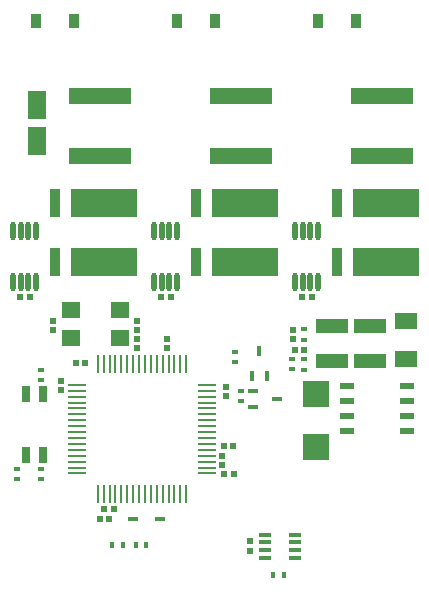
<source format=gbp>
G04 Layer_Color=128*
%FSAX25Y25*%
%MOIN*%
G70*
G01*
G75*
%ADD10R,0.01772X0.02165*%
%ADD11R,0.02165X0.01772*%
%ADD14R,0.02047X0.02047*%
%ADD27R,0.02047X0.02047*%
%ADD58R,0.03937X0.01772*%
%ADD59R,0.20866X0.05315*%
%ADD60R,0.03347X0.01772*%
%ADD61R,0.01772X0.03347*%
%ADD62R,0.04701X0.02205*%
%ADD63R,0.10630X0.04528*%
%ADD64R,0.07480X0.05315*%
%ADD65R,0.06102X0.09449*%
%ADD66R,0.03583X0.04803*%
%ADD67O,0.01772X0.06299*%
%ADD68R,0.22047X0.09606*%
%ADD69R,0.03504X0.09606*%
%ADD70R,0.06300X0.05500*%
%ADD71O,0.06102X0.00984*%
%ADD72O,0.00984X0.06102*%
%ADD73R,0.03347X0.01575*%
%ADD74R,0.09055X0.09055*%
%ADD75R,0.03150X0.05512*%
D10*
X0620927Y0222000D02*
D03*
X0624471D02*
D03*
X0567199Y0232000D02*
D03*
X0570742D02*
D03*
X0575156D02*
D03*
X0578699D02*
D03*
D11*
X0610199Y0279728D02*
D03*
Y0283272D02*
D03*
X0608199Y0296272D02*
D03*
Y0292728D02*
D03*
X0631199Y0290203D02*
D03*
Y0293746D02*
D03*
Y0300203D02*
D03*
Y0303746D02*
D03*
X0627199Y0290500D02*
D03*
Y0294043D02*
D03*
X0535699Y0257272D02*
D03*
Y0253728D02*
D03*
X0543699Y0257272D02*
D03*
Y0253728D02*
D03*
Y0286728D02*
D03*
Y0290272D02*
D03*
D14*
X0627699Y0300400D02*
D03*
Y0303549D02*
D03*
X0613199Y0233075D02*
D03*
Y0229925D02*
D03*
X0605199Y0284650D02*
D03*
Y0281500D02*
D03*
X0550199Y0283500D02*
D03*
Y0286650D02*
D03*
X0575699Y0303425D02*
D03*
Y0306575D02*
D03*
X0547699Y0306575D02*
D03*
Y0303425D02*
D03*
X0604000Y0261575D02*
D03*
Y0258425D02*
D03*
X0575699Y0297425D02*
D03*
Y0300575D02*
D03*
X0585699Y0297500D02*
D03*
Y0300650D02*
D03*
D27*
X0631274Y0296974D02*
D03*
X0628124D02*
D03*
X0604425Y0265000D02*
D03*
X0607575D02*
D03*
X0607774Y0255500D02*
D03*
X0604624D02*
D03*
X0566274Y0240500D02*
D03*
X0563124D02*
D03*
X0555050Y0292500D02*
D03*
X0558199D02*
D03*
X0536624Y0314500D02*
D03*
X0539774D02*
D03*
X0567774Y0244000D02*
D03*
X0564624D02*
D03*
X0583624Y0314500D02*
D03*
X0586774D02*
D03*
X0630624D02*
D03*
X0633774D02*
D03*
D58*
X0618081Y0227661D02*
D03*
Y0230221D02*
D03*
Y0232780D02*
D03*
X0628317D02*
D03*
Y0230221D02*
D03*
Y0227661D02*
D03*
Y0235339D02*
D03*
X0618081D02*
D03*
D59*
X0563199Y0381500D02*
D03*
Y0361618D02*
D03*
X0610199Y0381441D02*
D03*
Y0361559D02*
D03*
X0657199Y0381441D02*
D03*
Y0361559D02*
D03*
D60*
X0614046Y0277941D02*
D03*
Y0283059D02*
D03*
X0622353Y0280500D02*
D03*
D61*
X0618837Y0288347D02*
D03*
X0613719D02*
D03*
X0616278Y0296654D02*
D03*
D62*
X0665601Y0285000D02*
D03*
Y0280000D02*
D03*
Y0275000D02*
D03*
Y0270000D02*
D03*
X0645699Y0285000D02*
D03*
Y0280000D02*
D03*
Y0275000D02*
D03*
Y0270000D02*
D03*
D63*
X0640699Y0293094D02*
D03*
Y0304906D02*
D03*
X0653199Y0293094D02*
D03*
Y0304906D02*
D03*
D64*
X0665199Y0306500D02*
D03*
Y0293902D02*
D03*
D65*
X0542199Y0366500D02*
D03*
Y0378508D02*
D03*
D66*
X0648636Y0406500D02*
D03*
X0635762D02*
D03*
X0601636D02*
D03*
X0588762D02*
D03*
X0554636D02*
D03*
X0541762D02*
D03*
D67*
X0588839Y0319535D02*
D03*
X0586279D02*
D03*
X0583720D02*
D03*
X0581161D02*
D03*
X0588839Y0336465D02*
D03*
X0586279D02*
D03*
X0583720D02*
D03*
X0581161D02*
D03*
X0541839Y0319535D02*
D03*
X0539280D02*
D03*
X0536721D02*
D03*
X0534161D02*
D03*
X0541839Y0336465D02*
D03*
X0539280D02*
D03*
X0536721D02*
D03*
X0534161D02*
D03*
X0635839Y0319535D02*
D03*
X0633280D02*
D03*
X0630721D02*
D03*
X0628161D02*
D03*
X0635839Y0336465D02*
D03*
X0633280D02*
D03*
X0630721D02*
D03*
X0628161D02*
D03*
D68*
X0611504Y0326236D02*
D03*
Y0345764D02*
D03*
X0658504Y0326236D02*
D03*
Y0345764D02*
D03*
X0564504D02*
D03*
Y0326236D02*
D03*
D69*
X0595224Y0345764D02*
D03*
Y0326236D02*
D03*
X0642224Y0345764D02*
D03*
Y0326236D02*
D03*
X0548224D02*
D03*
Y0345764D02*
D03*
D70*
X0553549Y0310250D02*
D03*
X0569849D02*
D03*
Y0300750D02*
D03*
X0553549D02*
D03*
D71*
X0555447Y0285264D02*
D03*
Y0283295D02*
D03*
Y0281327D02*
D03*
Y0279358D02*
D03*
Y0277390D02*
D03*
Y0275421D02*
D03*
Y0273453D02*
D03*
Y0271484D02*
D03*
Y0269516D02*
D03*
Y0267547D02*
D03*
Y0265579D02*
D03*
Y0263610D02*
D03*
Y0261642D02*
D03*
Y0259673D02*
D03*
Y0257705D02*
D03*
Y0255736D02*
D03*
X0598951D02*
D03*
Y0257705D02*
D03*
Y0259673D02*
D03*
Y0261642D02*
D03*
Y0263610D02*
D03*
Y0265579D02*
D03*
Y0267547D02*
D03*
Y0269516D02*
D03*
Y0271484D02*
D03*
Y0273453D02*
D03*
Y0275421D02*
D03*
Y0277390D02*
D03*
Y0279358D02*
D03*
Y0281327D02*
D03*
Y0283295D02*
D03*
Y0285264D02*
D03*
D72*
X0562435Y0248748D02*
D03*
X0564404D02*
D03*
X0566372D02*
D03*
X0568341D02*
D03*
X0570309D02*
D03*
X0572278D02*
D03*
X0574246D02*
D03*
X0576215D02*
D03*
X0578183D02*
D03*
X0580152D02*
D03*
X0582120D02*
D03*
X0584089D02*
D03*
X0586057D02*
D03*
X0588026D02*
D03*
X0589994D02*
D03*
X0591963D02*
D03*
Y0292252D02*
D03*
X0589994D02*
D03*
X0588026D02*
D03*
X0586057D02*
D03*
X0584089D02*
D03*
X0582120D02*
D03*
X0580152D02*
D03*
X0578183D02*
D03*
X0576215D02*
D03*
X0574246D02*
D03*
X0572278D02*
D03*
X0570309D02*
D03*
X0568341D02*
D03*
X0566372D02*
D03*
X0564404D02*
D03*
X0562435D02*
D03*
D73*
X0583325Y0240500D02*
D03*
X0574073D02*
D03*
D74*
X0635199Y0282358D02*
D03*
Y0264642D02*
D03*
D75*
X0544094Y0261734D02*
D03*
X0538385D02*
D03*
X0544094Y0282206D02*
D03*
X0538385D02*
D03*
M02*

</source>
